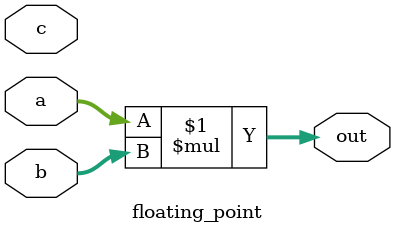
<source format=v>
`timescale 1ns / 1ps
module floating_point(
    input [15:0] a,
    input [15:0] b,
    input [15:0] c,
    output [31:0] out
    );

assign out = a * b;

endmodule

</source>
